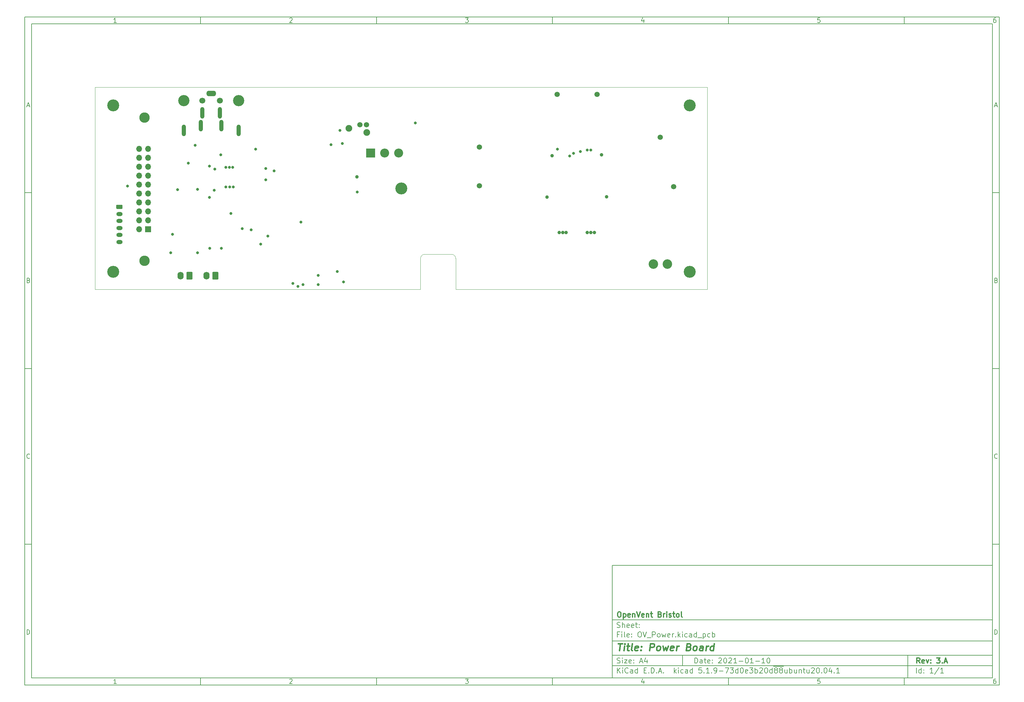
<source format=gbr>
%TF.GenerationSoftware,KiCad,Pcbnew,5.1.9-73d0e3b20d~88~ubuntu20.04.1*%
%TF.CreationDate,2021-03-10T23:10:45+08:00*%
%TF.ProjectId,OV_Power,4f565f50-6f77-4657-922e-6b696361645f,3.A*%
%TF.SameCoordinates,Original*%
%TF.FileFunction,Soldermask,Bot*%
%TF.FilePolarity,Negative*%
%FSLAX46Y46*%
G04 Gerber Fmt 4.6, Leading zero omitted, Abs format (unit mm)*
G04 Created by KiCad (PCBNEW 5.1.9-73d0e3b20d~88~ubuntu20.04.1) date 2021-03-10 23:10:45*
%MOMM*%
%LPD*%
G01*
G04 APERTURE LIST*
%ADD10C,0.100000*%
%ADD11C,0.150000*%
%ADD12C,0.300000*%
%ADD13C,0.400000*%
%TA.AperFunction,Profile*%
%ADD14C,0.050000*%
%TD*%
%ADD15C,2.550000*%
%ADD16R,2.550000X2.550000*%
%ADD17C,2.700000*%
%ADD18O,1.800000X1.200000*%
%ADD19O,1.740000X2.190000*%
%ADD20C,3.400000*%
%ADD21C,3.200000*%
%ADD22O,1.200000X3.300000*%
%ADD23C,1.700000*%
%ADD24O,2.800000X1.600000*%
%ADD25C,1.900000*%
%ADD26C,2.950000*%
%ADD27O,1.700000X1.700000*%
%ADD28R,1.700000X1.700000*%
%ADD29C,0.800000*%
%ADD30C,1.500000*%
%ADD31C,1.000000*%
G04 APERTURE END LIST*
D10*
D11*
X177002200Y-166007200D02*
X177002200Y-198007200D01*
X285002200Y-198007200D01*
X285002200Y-166007200D01*
X177002200Y-166007200D01*
D10*
D11*
X10000000Y-10000000D02*
X10000000Y-200007200D01*
X287002200Y-200007200D01*
X287002200Y-10000000D01*
X10000000Y-10000000D01*
D10*
D11*
X12000000Y-12000000D02*
X12000000Y-198007200D01*
X285002200Y-198007200D01*
X285002200Y-12000000D01*
X12000000Y-12000000D01*
D10*
D11*
X60000000Y-12000000D02*
X60000000Y-10000000D01*
D10*
D11*
X110000000Y-12000000D02*
X110000000Y-10000000D01*
D10*
D11*
X160000000Y-12000000D02*
X160000000Y-10000000D01*
D10*
D11*
X210000000Y-12000000D02*
X210000000Y-10000000D01*
D10*
D11*
X260000000Y-12000000D02*
X260000000Y-10000000D01*
D10*
D11*
X36065476Y-11588095D02*
X35322619Y-11588095D01*
X35694047Y-11588095D02*
X35694047Y-10288095D01*
X35570238Y-10473809D01*
X35446428Y-10597619D01*
X35322619Y-10659523D01*
D10*
D11*
X85322619Y-10411904D02*
X85384523Y-10350000D01*
X85508333Y-10288095D01*
X85817857Y-10288095D01*
X85941666Y-10350000D01*
X86003571Y-10411904D01*
X86065476Y-10535714D01*
X86065476Y-10659523D01*
X86003571Y-10845238D01*
X85260714Y-11588095D01*
X86065476Y-11588095D01*
D10*
D11*
X135260714Y-10288095D02*
X136065476Y-10288095D01*
X135632142Y-10783333D01*
X135817857Y-10783333D01*
X135941666Y-10845238D01*
X136003571Y-10907142D01*
X136065476Y-11030952D01*
X136065476Y-11340476D01*
X136003571Y-11464285D01*
X135941666Y-11526190D01*
X135817857Y-11588095D01*
X135446428Y-11588095D01*
X135322619Y-11526190D01*
X135260714Y-11464285D01*
D10*
D11*
X185941666Y-10721428D02*
X185941666Y-11588095D01*
X185632142Y-10226190D02*
X185322619Y-11154761D01*
X186127380Y-11154761D01*
D10*
D11*
X236003571Y-10288095D02*
X235384523Y-10288095D01*
X235322619Y-10907142D01*
X235384523Y-10845238D01*
X235508333Y-10783333D01*
X235817857Y-10783333D01*
X235941666Y-10845238D01*
X236003571Y-10907142D01*
X236065476Y-11030952D01*
X236065476Y-11340476D01*
X236003571Y-11464285D01*
X235941666Y-11526190D01*
X235817857Y-11588095D01*
X235508333Y-11588095D01*
X235384523Y-11526190D01*
X235322619Y-11464285D01*
D10*
D11*
X285941666Y-10288095D02*
X285694047Y-10288095D01*
X285570238Y-10350000D01*
X285508333Y-10411904D01*
X285384523Y-10597619D01*
X285322619Y-10845238D01*
X285322619Y-11340476D01*
X285384523Y-11464285D01*
X285446428Y-11526190D01*
X285570238Y-11588095D01*
X285817857Y-11588095D01*
X285941666Y-11526190D01*
X286003571Y-11464285D01*
X286065476Y-11340476D01*
X286065476Y-11030952D01*
X286003571Y-10907142D01*
X285941666Y-10845238D01*
X285817857Y-10783333D01*
X285570238Y-10783333D01*
X285446428Y-10845238D01*
X285384523Y-10907142D01*
X285322619Y-11030952D01*
D10*
D11*
X60000000Y-198007200D02*
X60000000Y-200007200D01*
D10*
D11*
X110000000Y-198007200D02*
X110000000Y-200007200D01*
D10*
D11*
X160000000Y-198007200D02*
X160000000Y-200007200D01*
D10*
D11*
X210000000Y-198007200D02*
X210000000Y-200007200D01*
D10*
D11*
X260000000Y-198007200D02*
X260000000Y-200007200D01*
D10*
D11*
X36065476Y-199595295D02*
X35322619Y-199595295D01*
X35694047Y-199595295D02*
X35694047Y-198295295D01*
X35570238Y-198481009D01*
X35446428Y-198604819D01*
X35322619Y-198666723D01*
D10*
D11*
X85322619Y-198419104D02*
X85384523Y-198357200D01*
X85508333Y-198295295D01*
X85817857Y-198295295D01*
X85941666Y-198357200D01*
X86003571Y-198419104D01*
X86065476Y-198542914D01*
X86065476Y-198666723D01*
X86003571Y-198852438D01*
X85260714Y-199595295D01*
X86065476Y-199595295D01*
D10*
D11*
X135260714Y-198295295D02*
X136065476Y-198295295D01*
X135632142Y-198790533D01*
X135817857Y-198790533D01*
X135941666Y-198852438D01*
X136003571Y-198914342D01*
X136065476Y-199038152D01*
X136065476Y-199347676D01*
X136003571Y-199471485D01*
X135941666Y-199533390D01*
X135817857Y-199595295D01*
X135446428Y-199595295D01*
X135322619Y-199533390D01*
X135260714Y-199471485D01*
D10*
D11*
X185941666Y-198728628D02*
X185941666Y-199595295D01*
X185632142Y-198233390D02*
X185322619Y-199161961D01*
X186127380Y-199161961D01*
D10*
D11*
X236003571Y-198295295D02*
X235384523Y-198295295D01*
X235322619Y-198914342D01*
X235384523Y-198852438D01*
X235508333Y-198790533D01*
X235817857Y-198790533D01*
X235941666Y-198852438D01*
X236003571Y-198914342D01*
X236065476Y-199038152D01*
X236065476Y-199347676D01*
X236003571Y-199471485D01*
X235941666Y-199533390D01*
X235817857Y-199595295D01*
X235508333Y-199595295D01*
X235384523Y-199533390D01*
X235322619Y-199471485D01*
D10*
D11*
X285941666Y-198295295D02*
X285694047Y-198295295D01*
X285570238Y-198357200D01*
X285508333Y-198419104D01*
X285384523Y-198604819D01*
X285322619Y-198852438D01*
X285322619Y-199347676D01*
X285384523Y-199471485D01*
X285446428Y-199533390D01*
X285570238Y-199595295D01*
X285817857Y-199595295D01*
X285941666Y-199533390D01*
X286003571Y-199471485D01*
X286065476Y-199347676D01*
X286065476Y-199038152D01*
X286003571Y-198914342D01*
X285941666Y-198852438D01*
X285817857Y-198790533D01*
X285570238Y-198790533D01*
X285446428Y-198852438D01*
X285384523Y-198914342D01*
X285322619Y-199038152D01*
D10*
D11*
X10000000Y-60000000D02*
X12000000Y-60000000D01*
D10*
D11*
X10000000Y-110000000D02*
X12000000Y-110000000D01*
D10*
D11*
X10000000Y-160000000D02*
X12000000Y-160000000D01*
D10*
D11*
X10690476Y-35216666D02*
X11309523Y-35216666D01*
X10566666Y-35588095D02*
X11000000Y-34288095D01*
X11433333Y-35588095D01*
D10*
D11*
X11092857Y-84907142D02*
X11278571Y-84969047D01*
X11340476Y-85030952D01*
X11402380Y-85154761D01*
X11402380Y-85340476D01*
X11340476Y-85464285D01*
X11278571Y-85526190D01*
X11154761Y-85588095D01*
X10659523Y-85588095D01*
X10659523Y-84288095D01*
X11092857Y-84288095D01*
X11216666Y-84350000D01*
X11278571Y-84411904D01*
X11340476Y-84535714D01*
X11340476Y-84659523D01*
X11278571Y-84783333D01*
X11216666Y-84845238D01*
X11092857Y-84907142D01*
X10659523Y-84907142D01*
D10*
D11*
X11402380Y-135464285D02*
X11340476Y-135526190D01*
X11154761Y-135588095D01*
X11030952Y-135588095D01*
X10845238Y-135526190D01*
X10721428Y-135402380D01*
X10659523Y-135278571D01*
X10597619Y-135030952D01*
X10597619Y-134845238D01*
X10659523Y-134597619D01*
X10721428Y-134473809D01*
X10845238Y-134350000D01*
X11030952Y-134288095D01*
X11154761Y-134288095D01*
X11340476Y-134350000D01*
X11402380Y-134411904D01*
D10*
D11*
X10659523Y-185588095D02*
X10659523Y-184288095D01*
X10969047Y-184288095D01*
X11154761Y-184350000D01*
X11278571Y-184473809D01*
X11340476Y-184597619D01*
X11402380Y-184845238D01*
X11402380Y-185030952D01*
X11340476Y-185278571D01*
X11278571Y-185402380D01*
X11154761Y-185526190D01*
X10969047Y-185588095D01*
X10659523Y-185588095D01*
D10*
D11*
X287002200Y-60000000D02*
X285002200Y-60000000D01*
D10*
D11*
X287002200Y-110000000D02*
X285002200Y-110000000D01*
D10*
D11*
X287002200Y-160000000D02*
X285002200Y-160000000D01*
D10*
D11*
X285692676Y-35216666D02*
X286311723Y-35216666D01*
X285568866Y-35588095D02*
X286002200Y-34288095D01*
X286435533Y-35588095D01*
D10*
D11*
X286095057Y-84907142D02*
X286280771Y-84969047D01*
X286342676Y-85030952D01*
X286404580Y-85154761D01*
X286404580Y-85340476D01*
X286342676Y-85464285D01*
X286280771Y-85526190D01*
X286156961Y-85588095D01*
X285661723Y-85588095D01*
X285661723Y-84288095D01*
X286095057Y-84288095D01*
X286218866Y-84350000D01*
X286280771Y-84411904D01*
X286342676Y-84535714D01*
X286342676Y-84659523D01*
X286280771Y-84783333D01*
X286218866Y-84845238D01*
X286095057Y-84907142D01*
X285661723Y-84907142D01*
D10*
D11*
X286404580Y-135464285D02*
X286342676Y-135526190D01*
X286156961Y-135588095D01*
X286033152Y-135588095D01*
X285847438Y-135526190D01*
X285723628Y-135402380D01*
X285661723Y-135278571D01*
X285599819Y-135030952D01*
X285599819Y-134845238D01*
X285661723Y-134597619D01*
X285723628Y-134473809D01*
X285847438Y-134350000D01*
X286033152Y-134288095D01*
X286156961Y-134288095D01*
X286342676Y-134350000D01*
X286404580Y-134411904D01*
D10*
D11*
X285661723Y-185588095D02*
X285661723Y-184288095D01*
X285971247Y-184288095D01*
X286156961Y-184350000D01*
X286280771Y-184473809D01*
X286342676Y-184597619D01*
X286404580Y-184845238D01*
X286404580Y-185030952D01*
X286342676Y-185278571D01*
X286280771Y-185402380D01*
X286156961Y-185526190D01*
X285971247Y-185588095D01*
X285661723Y-185588095D01*
D10*
D11*
X200434342Y-193785771D02*
X200434342Y-192285771D01*
X200791485Y-192285771D01*
X201005771Y-192357200D01*
X201148628Y-192500057D01*
X201220057Y-192642914D01*
X201291485Y-192928628D01*
X201291485Y-193142914D01*
X201220057Y-193428628D01*
X201148628Y-193571485D01*
X201005771Y-193714342D01*
X200791485Y-193785771D01*
X200434342Y-193785771D01*
X202577200Y-193785771D02*
X202577200Y-193000057D01*
X202505771Y-192857200D01*
X202362914Y-192785771D01*
X202077200Y-192785771D01*
X201934342Y-192857200D01*
X202577200Y-193714342D02*
X202434342Y-193785771D01*
X202077200Y-193785771D01*
X201934342Y-193714342D01*
X201862914Y-193571485D01*
X201862914Y-193428628D01*
X201934342Y-193285771D01*
X202077200Y-193214342D01*
X202434342Y-193214342D01*
X202577200Y-193142914D01*
X203077200Y-192785771D02*
X203648628Y-192785771D01*
X203291485Y-192285771D02*
X203291485Y-193571485D01*
X203362914Y-193714342D01*
X203505771Y-193785771D01*
X203648628Y-193785771D01*
X204720057Y-193714342D02*
X204577200Y-193785771D01*
X204291485Y-193785771D01*
X204148628Y-193714342D01*
X204077200Y-193571485D01*
X204077200Y-193000057D01*
X204148628Y-192857200D01*
X204291485Y-192785771D01*
X204577200Y-192785771D01*
X204720057Y-192857200D01*
X204791485Y-193000057D01*
X204791485Y-193142914D01*
X204077200Y-193285771D01*
X205434342Y-193642914D02*
X205505771Y-193714342D01*
X205434342Y-193785771D01*
X205362914Y-193714342D01*
X205434342Y-193642914D01*
X205434342Y-193785771D01*
X205434342Y-192857200D02*
X205505771Y-192928628D01*
X205434342Y-193000057D01*
X205362914Y-192928628D01*
X205434342Y-192857200D01*
X205434342Y-193000057D01*
X207220057Y-192428628D02*
X207291485Y-192357200D01*
X207434342Y-192285771D01*
X207791485Y-192285771D01*
X207934342Y-192357200D01*
X208005771Y-192428628D01*
X208077200Y-192571485D01*
X208077200Y-192714342D01*
X208005771Y-192928628D01*
X207148628Y-193785771D01*
X208077200Y-193785771D01*
X209005771Y-192285771D02*
X209148628Y-192285771D01*
X209291485Y-192357200D01*
X209362914Y-192428628D01*
X209434342Y-192571485D01*
X209505771Y-192857200D01*
X209505771Y-193214342D01*
X209434342Y-193500057D01*
X209362914Y-193642914D01*
X209291485Y-193714342D01*
X209148628Y-193785771D01*
X209005771Y-193785771D01*
X208862914Y-193714342D01*
X208791485Y-193642914D01*
X208720057Y-193500057D01*
X208648628Y-193214342D01*
X208648628Y-192857200D01*
X208720057Y-192571485D01*
X208791485Y-192428628D01*
X208862914Y-192357200D01*
X209005771Y-192285771D01*
X210077200Y-192428628D02*
X210148628Y-192357200D01*
X210291485Y-192285771D01*
X210648628Y-192285771D01*
X210791485Y-192357200D01*
X210862914Y-192428628D01*
X210934342Y-192571485D01*
X210934342Y-192714342D01*
X210862914Y-192928628D01*
X210005771Y-193785771D01*
X210934342Y-193785771D01*
X212362914Y-193785771D02*
X211505771Y-193785771D01*
X211934342Y-193785771D02*
X211934342Y-192285771D01*
X211791485Y-192500057D01*
X211648628Y-192642914D01*
X211505771Y-192714342D01*
X213005771Y-193214342D02*
X214148628Y-193214342D01*
X215148628Y-192285771D02*
X215291485Y-192285771D01*
X215434342Y-192357200D01*
X215505771Y-192428628D01*
X215577200Y-192571485D01*
X215648628Y-192857200D01*
X215648628Y-193214342D01*
X215577200Y-193500057D01*
X215505771Y-193642914D01*
X215434342Y-193714342D01*
X215291485Y-193785771D01*
X215148628Y-193785771D01*
X215005771Y-193714342D01*
X214934342Y-193642914D01*
X214862914Y-193500057D01*
X214791485Y-193214342D01*
X214791485Y-192857200D01*
X214862914Y-192571485D01*
X214934342Y-192428628D01*
X215005771Y-192357200D01*
X215148628Y-192285771D01*
X217077200Y-193785771D02*
X216220057Y-193785771D01*
X216648628Y-193785771D02*
X216648628Y-192285771D01*
X216505771Y-192500057D01*
X216362914Y-192642914D01*
X216220057Y-192714342D01*
X217720057Y-193214342D02*
X218862914Y-193214342D01*
X220362914Y-193785771D02*
X219505771Y-193785771D01*
X219934342Y-193785771D02*
X219934342Y-192285771D01*
X219791485Y-192500057D01*
X219648628Y-192642914D01*
X219505771Y-192714342D01*
X221291485Y-192285771D02*
X221434342Y-192285771D01*
X221577200Y-192357200D01*
X221648628Y-192428628D01*
X221720057Y-192571485D01*
X221791485Y-192857200D01*
X221791485Y-193214342D01*
X221720057Y-193500057D01*
X221648628Y-193642914D01*
X221577200Y-193714342D01*
X221434342Y-193785771D01*
X221291485Y-193785771D01*
X221148628Y-193714342D01*
X221077200Y-193642914D01*
X221005771Y-193500057D01*
X220934342Y-193214342D01*
X220934342Y-192857200D01*
X221005771Y-192571485D01*
X221077200Y-192428628D01*
X221148628Y-192357200D01*
X221291485Y-192285771D01*
D10*
D11*
X177002200Y-194507200D02*
X285002200Y-194507200D01*
D10*
D11*
X178434342Y-196585771D02*
X178434342Y-195085771D01*
X179291485Y-196585771D02*
X178648628Y-195728628D01*
X179291485Y-195085771D02*
X178434342Y-195942914D01*
X179934342Y-196585771D02*
X179934342Y-195585771D01*
X179934342Y-195085771D02*
X179862914Y-195157200D01*
X179934342Y-195228628D01*
X180005771Y-195157200D01*
X179934342Y-195085771D01*
X179934342Y-195228628D01*
X181505771Y-196442914D02*
X181434342Y-196514342D01*
X181220057Y-196585771D01*
X181077200Y-196585771D01*
X180862914Y-196514342D01*
X180720057Y-196371485D01*
X180648628Y-196228628D01*
X180577200Y-195942914D01*
X180577200Y-195728628D01*
X180648628Y-195442914D01*
X180720057Y-195300057D01*
X180862914Y-195157200D01*
X181077200Y-195085771D01*
X181220057Y-195085771D01*
X181434342Y-195157200D01*
X181505771Y-195228628D01*
X182791485Y-196585771D02*
X182791485Y-195800057D01*
X182720057Y-195657200D01*
X182577200Y-195585771D01*
X182291485Y-195585771D01*
X182148628Y-195657200D01*
X182791485Y-196514342D02*
X182648628Y-196585771D01*
X182291485Y-196585771D01*
X182148628Y-196514342D01*
X182077200Y-196371485D01*
X182077200Y-196228628D01*
X182148628Y-196085771D01*
X182291485Y-196014342D01*
X182648628Y-196014342D01*
X182791485Y-195942914D01*
X184148628Y-196585771D02*
X184148628Y-195085771D01*
X184148628Y-196514342D02*
X184005771Y-196585771D01*
X183720057Y-196585771D01*
X183577200Y-196514342D01*
X183505771Y-196442914D01*
X183434342Y-196300057D01*
X183434342Y-195871485D01*
X183505771Y-195728628D01*
X183577200Y-195657200D01*
X183720057Y-195585771D01*
X184005771Y-195585771D01*
X184148628Y-195657200D01*
X186005771Y-195800057D02*
X186505771Y-195800057D01*
X186720057Y-196585771D02*
X186005771Y-196585771D01*
X186005771Y-195085771D01*
X186720057Y-195085771D01*
X187362914Y-196442914D02*
X187434342Y-196514342D01*
X187362914Y-196585771D01*
X187291485Y-196514342D01*
X187362914Y-196442914D01*
X187362914Y-196585771D01*
X188077200Y-196585771D02*
X188077200Y-195085771D01*
X188434342Y-195085771D01*
X188648628Y-195157200D01*
X188791485Y-195300057D01*
X188862914Y-195442914D01*
X188934342Y-195728628D01*
X188934342Y-195942914D01*
X188862914Y-196228628D01*
X188791485Y-196371485D01*
X188648628Y-196514342D01*
X188434342Y-196585771D01*
X188077200Y-196585771D01*
X189577200Y-196442914D02*
X189648628Y-196514342D01*
X189577200Y-196585771D01*
X189505771Y-196514342D01*
X189577200Y-196442914D01*
X189577200Y-196585771D01*
X190220057Y-196157200D02*
X190934342Y-196157200D01*
X190077200Y-196585771D02*
X190577200Y-195085771D01*
X191077200Y-196585771D01*
X191577200Y-196442914D02*
X191648628Y-196514342D01*
X191577200Y-196585771D01*
X191505771Y-196514342D01*
X191577200Y-196442914D01*
X191577200Y-196585771D01*
X194577200Y-196585771D02*
X194577200Y-195085771D01*
X194720057Y-196014342D02*
X195148628Y-196585771D01*
X195148628Y-195585771D02*
X194577200Y-196157200D01*
X195791485Y-196585771D02*
X195791485Y-195585771D01*
X195791485Y-195085771D02*
X195720057Y-195157200D01*
X195791485Y-195228628D01*
X195862914Y-195157200D01*
X195791485Y-195085771D01*
X195791485Y-195228628D01*
X197148628Y-196514342D02*
X197005771Y-196585771D01*
X196720057Y-196585771D01*
X196577200Y-196514342D01*
X196505771Y-196442914D01*
X196434342Y-196300057D01*
X196434342Y-195871485D01*
X196505771Y-195728628D01*
X196577200Y-195657200D01*
X196720057Y-195585771D01*
X197005771Y-195585771D01*
X197148628Y-195657200D01*
X198434342Y-196585771D02*
X198434342Y-195800057D01*
X198362914Y-195657200D01*
X198220057Y-195585771D01*
X197934342Y-195585771D01*
X197791485Y-195657200D01*
X198434342Y-196514342D02*
X198291485Y-196585771D01*
X197934342Y-196585771D01*
X197791485Y-196514342D01*
X197720057Y-196371485D01*
X197720057Y-196228628D01*
X197791485Y-196085771D01*
X197934342Y-196014342D01*
X198291485Y-196014342D01*
X198434342Y-195942914D01*
X199791485Y-196585771D02*
X199791485Y-195085771D01*
X199791485Y-196514342D02*
X199648628Y-196585771D01*
X199362914Y-196585771D01*
X199220057Y-196514342D01*
X199148628Y-196442914D01*
X199077200Y-196300057D01*
X199077200Y-195871485D01*
X199148628Y-195728628D01*
X199220057Y-195657200D01*
X199362914Y-195585771D01*
X199648628Y-195585771D01*
X199791485Y-195657200D01*
X202362914Y-195085771D02*
X201648628Y-195085771D01*
X201577200Y-195800057D01*
X201648628Y-195728628D01*
X201791485Y-195657200D01*
X202148628Y-195657200D01*
X202291485Y-195728628D01*
X202362914Y-195800057D01*
X202434342Y-195942914D01*
X202434342Y-196300057D01*
X202362914Y-196442914D01*
X202291485Y-196514342D01*
X202148628Y-196585771D01*
X201791485Y-196585771D01*
X201648628Y-196514342D01*
X201577200Y-196442914D01*
X203077200Y-196442914D02*
X203148628Y-196514342D01*
X203077200Y-196585771D01*
X203005771Y-196514342D01*
X203077200Y-196442914D01*
X203077200Y-196585771D01*
X204577200Y-196585771D02*
X203720057Y-196585771D01*
X204148628Y-196585771D02*
X204148628Y-195085771D01*
X204005771Y-195300057D01*
X203862914Y-195442914D01*
X203720057Y-195514342D01*
X205220057Y-196442914D02*
X205291485Y-196514342D01*
X205220057Y-196585771D01*
X205148628Y-196514342D01*
X205220057Y-196442914D01*
X205220057Y-196585771D01*
X206005771Y-196585771D02*
X206291485Y-196585771D01*
X206434342Y-196514342D01*
X206505771Y-196442914D01*
X206648628Y-196228628D01*
X206720057Y-195942914D01*
X206720057Y-195371485D01*
X206648628Y-195228628D01*
X206577200Y-195157200D01*
X206434342Y-195085771D01*
X206148628Y-195085771D01*
X206005771Y-195157200D01*
X205934342Y-195228628D01*
X205862914Y-195371485D01*
X205862914Y-195728628D01*
X205934342Y-195871485D01*
X206005771Y-195942914D01*
X206148628Y-196014342D01*
X206434342Y-196014342D01*
X206577200Y-195942914D01*
X206648628Y-195871485D01*
X206720057Y-195728628D01*
X207362914Y-196014342D02*
X208505771Y-196014342D01*
X209077200Y-195085771D02*
X210077200Y-195085771D01*
X209434342Y-196585771D01*
X210505771Y-195085771D02*
X211434342Y-195085771D01*
X210934342Y-195657200D01*
X211148628Y-195657200D01*
X211291485Y-195728628D01*
X211362914Y-195800057D01*
X211434342Y-195942914D01*
X211434342Y-196300057D01*
X211362914Y-196442914D01*
X211291485Y-196514342D01*
X211148628Y-196585771D01*
X210720057Y-196585771D01*
X210577200Y-196514342D01*
X210505771Y-196442914D01*
X212720057Y-196585771D02*
X212720057Y-195085771D01*
X212720057Y-196514342D02*
X212577200Y-196585771D01*
X212291485Y-196585771D01*
X212148628Y-196514342D01*
X212077200Y-196442914D01*
X212005771Y-196300057D01*
X212005771Y-195871485D01*
X212077200Y-195728628D01*
X212148628Y-195657200D01*
X212291485Y-195585771D01*
X212577200Y-195585771D01*
X212720057Y-195657200D01*
X213720057Y-195085771D02*
X213862914Y-195085771D01*
X214005771Y-195157200D01*
X214077200Y-195228628D01*
X214148628Y-195371485D01*
X214220057Y-195657200D01*
X214220057Y-196014342D01*
X214148628Y-196300057D01*
X214077200Y-196442914D01*
X214005771Y-196514342D01*
X213862914Y-196585771D01*
X213720057Y-196585771D01*
X213577200Y-196514342D01*
X213505771Y-196442914D01*
X213434342Y-196300057D01*
X213362914Y-196014342D01*
X213362914Y-195657200D01*
X213434342Y-195371485D01*
X213505771Y-195228628D01*
X213577200Y-195157200D01*
X213720057Y-195085771D01*
X215434342Y-196514342D02*
X215291485Y-196585771D01*
X215005771Y-196585771D01*
X214862914Y-196514342D01*
X214791485Y-196371485D01*
X214791485Y-195800057D01*
X214862914Y-195657200D01*
X215005771Y-195585771D01*
X215291485Y-195585771D01*
X215434342Y-195657200D01*
X215505771Y-195800057D01*
X215505771Y-195942914D01*
X214791485Y-196085771D01*
X216005771Y-195085771D02*
X216934342Y-195085771D01*
X216434342Y-195657200D01*
X216648628Y-195657200D01*
X216791485Y-195728628D01*
X216862914Y-195800057D01*
X216934342Y-195942914D01*
X216934342Y-196300057D01*
X216862914Y-196442914D01*
X216791485Y-196514342D01*
X216648628Y-196585771D01*
X216220057Y-196585771D01*
X216077200Y-196514342D01*
X216005771Y-196442914D01*
X217577200Y-196585771D02*
X217577200Y-195085771D01*
X217577200Y-195657200D02*
X217720057Y-195585771D01*
X218005771Y-195585771D01*
X218148628Y-195657200D01*
X218220057Y-195728628D01*
X218291485Y-195871485D01*
X218291485Y-196300057D01*
X218220057Y-196442914D01*
X218148628Y-196514342D01*
X218005771Y-196585771D01*
X217720057Y-196585771D01*
X217577200Y-196514342D01*
X218862914Y-195228628D02*
X218934342Y-195157200D01*
X219077200Y-195085771D01*
X219434342Y-195085771D01*
X219577200Y-195157200D01*
X219648628Y-195228628D01*
X219720057Y-195371485D01*
X219720057Y-195514342D01*
X219648628Y-195728628D01*
X218791485Y-196585771D01*
X219720057Y-196585771D01*
X220648628Y-195085771D02*
X220791485Y-195085771D01*
X220934342Y-195157200D01*
X221005771Y-195228628D01*
X221077200Y-195371485D01*
X221148628Y-195657200D01*
X221148628Y-196014342D01*
X221077200Y-196300057D01*
X221005771Y-196442914D01*
X220934342Y-196514342D01*
X220791485Y-196585771D01*
X220648628Y-196585771D01*
X220505771Y-196514342D01*
X220434342Y-196442914D01*
X220362914Y-196300057D01*
X220291485Y-196014342D01*
X220291485Y-195657200D01*
X220362914Y-195371485D01*
X220434342Y-195228628D01*
X220505771Y-195157200D01*
X220648628Y-195085771D01*
X222434342Y-196585771D02*
X222434342Y-195085771D01*
X222434342Y-196514342D02*
X222291485Y-196585771D01*
X222005771Y-196585771D01*
X221862914Y-196514342D01*
X221791485Y-196442914D01*
X221720057Y-196300057D01*
X221720057Y-195871485D01*
X221791485Y-195728628D01*
X221862914Y-195657200D01*
X222005771Y-195585771D01*
X222291485Y-195585771D01*
X222434342Y-195657200D01*
X222791485Y-194677200D02*
X224220057Y-194677200D01*
X223362914Y-195728628D02*
X223220057Y-195657200D01*
X223148628Y-195585771D01*
X223077200Y-195442914D01*
X223077200Y-195371485D01*
X223148628Y-195228628D01*
X223220057Y-195157200D01*
X223362914Y-195085771D01*
X223648628Y-195085771D01*
X223791485Y-195157200D01*
X223862914Y-195228628D01*
X223934342Y-195371485D01*
X223934342Y-195442914D01*
X223862914Y-195585771D01*
X223791485Y-195657200D01*
X223648628Y-195728628D01*
X223362914Y-195728628D01*
X223220057Y-195800057D01*
X223148628Y-195871485D01*
X223077200Y-196014342D01*
X223077200Y-196300057D01*
X223148628Y-196442914D01*
X223220057Y-196514342D01*
X223362914Y-196585771D01*
X223648628Y-196585771D01*
X223791485Y-196514342D01*
X223862914Y-196442914D01*
X223934342Y-196300057D01*
X223934342Y-196014342D01*
X223862914Y-195871485D01*
X223791485Y-195800057D01*
X223648628Y-195728628D01*
X224220057Y-194677200D02*
X225648628Y-194677200D01*
X224791485Y-195728628D02*
X224648628Y-195657200D01*
X224577200Y-195585771D01*
X224505771Y-195442914D01*
X224505771Y-195371485D01*
X224577200Y-195228628D01*
X224648628Y-195157200D01*
X224791485Y-195085771D01*
X225077200Y-195085771D01*
X225220057Y-195157200D01*
X225291485Y-195228628D01*
X225362914Y-195371485D01*
X225362914Y-195442914D01*
X225291485Y-195585771D01*
X225220057Y-195657200D01*
X225077200Y-195728628D01*
X224791485Y-195728628D01*
X224648628Y-195800057D01*
X224577200Y-195871485D01*
X224505771Y-196014342D01*
X224505771Y-196300057D01*
X224577200Y-196442914D01*
X224648628Y-196514342D01*
X224791485Y-196585771D01*
X225077200Y-196585771D01*
X225220057Y-196514342D01*
X225291485Y-196442914D01*
X225362914Y-196300057D01*
X225362914Y-196014342D01*
X225291485Y-195871485D01*
X225220057Y-195800057D01*
X225077200Y-195728628D01*
X226648628Y-195585771D02*
X226648628Y-196585771D01*
X226005771Y-195585771D02*
X226005771Y-196371485D01*
X226077199Y-196514342D01*
X226220057Y-196585771D01*
X226434342Y-196585771D01*
X226577199Y-196514342D01*
X226648628Y-196442914D01*
X227362914Y-196585771D02*
X227362914Y-195085771D01*
X227362914Y-195657200D02*
X227505771Y-195585771D01*
X227791485Y-195585771D01*
X227934342Y-195657200D01*
X228005771Y-195728628D01*
X228077200Y-195871485D01*
X228077200Y-196300057D01*
X228005771Y-196442914D01*
X227934342Y-196514342D01*
X227791485Y-196585771D01*
X227505771Y-196585771D01*
X227362914Y-196514342D01*
X229362914Y-195585771D02*
X229362914Y-196585771D01*
X228720057Y-195585771D02*
X228720057Y-196371485D01*
X228791485Y-196514342D01*
X228934342Y-196585771D01*
X229148628Y-196585771D01*
X229291485Y-196514342D01*
X229362914Y-196442914D01*
X230077200Y-195585771D02*
X230077200Y-196585771D01*
X230077200Y-195728628D02*
X230148628Y-195657200D01*
X230291485Y-195585771D01*
X230505771Y-195585771D01*
X230648628Y-195657200D01*
X230720057Y-195800057D01*
X230720057Y-196585771D01*
X231220057Y-195585771D02*
X231791485Y-195585771D01*
X231434342Y-195085771D02*
X231434342Y-196371485D01*
X231505771Y-196514342D01*
X231648628Y-196585771D01*
X231791485Y-196585771D01*
X232934342Y-195585771D02*
X232934342Y-196585771D01*
X232291485Y-195585771D02*
X232291485Y-196371485D01*
X232362914Y-196514342D01*
X232505771Y-196585771D01*
X232720057Y-196585771D01*
X232862914Y-196514342D01*
X232934342Y-196442914D01*
X233577200Y-195228628D02*
X233648628Y-195157200D01*
X233791485Y-195085771D01*
X234148628Y-195085771D01*
X234291485Y-195157200D01*
X234362914Y-195228628D01*
X234434342Y-195371485D01*
X234434342Y-195514342D01*
X234362914Y-195728628D01*
X233505771Y-196585771D01*
X234434342Y-196585771D01*
X235362914Y-195085771D02*
X235505771Y-195085771D01*
X235648628Y-195157200D01*
X235720057Y-195228628D01*
X235791485Y-195371485D01*
X235862914Y-195657200D01*
X235862914Y-196014342D01*
X235791485Y-196300057D01*
X235720057Y-196442914D01*
X235648628Y-196514342D01*
X235505771Y-196585771D01*
X235362914Y-196585771D01*
X235220057Y-196514342D01*
X235148628Y-196442914D01*
X235077200Y-196300057D01*
X235005771Y-196014342D01*
X235005771Y-195657200D01*
X235077200Y-195371485D01*
X235148628Y-195228628D01*
X235220057Y-195157200D01*
X235362914Y-195085771D01*
X236505771Y-196442914D02*
X236577199Y-196514342D01*
X236505771Y-196585771D01*
X236434342Y-196514342D01*
X236505771Y-196442914D01*
X236505771Y-196585771D01*
X237505771Y-195085771D02*
X237648628Y-195085771D01*
X237791485Y-195157200D01*
X237862914Y-195228628D01*
X237934342Y-195371485D01*
X238005771Y-195657200D01*
X238005771Y-196014342D01*
X237934342Y-196300057D01*
X237862914Y-196442914D01*
X237791485Y-196514342D01*
X237648628Y-196585771D01*
X237505771Y-196585771D01*
X237362914Y-196514342D01*
X237291485Y-196442914D01*
X237220057Y-196300057D01*
X237148628Y-196014342D01*
X237148628Y-195657200D01*
X237220057Y-195371485D01*
X237291485Y-195228628D01*
X237362914Y-195157200D01*
X237505771Y-195085771D01*
X239291485Y-195585771D02*
X239291485Y-196585771D01*
X238934342Y-195014342D02*
X238577199Y-196085771D01*
X239505771Y-196085771D01*
X240077199Y-196442914D02*
X240148628Y-196514342D01*
X240077199Y-196585771D01*
X240005771Y-196514342D01*
X240077199Y-196442914D01*
X240077199Y-196585771D01*
X241577199Y-196585771D02*
X240720057Y-196585771D01*
X241148628Y-196585771D02*
X241148628Y-195085771D01*
X241005771Y-195300057D01*
X240862914Y-195442914D01*
X240720057Y-195514342D01*
D10*
D11*
X177002200Y-191507200D02*
X285002200Y-191507200D01*
D10*
D12*
X264411485Y-193785771D02*
X263911485Y-193071485D01*
X263554342Y-193785771D02*
X263554342Y-192285771D01*
X264125771Y-192285771D01*
X264268628Y-192357200D01*
X264340057Y-192428628D01*
X264411485Y-192571485D01*
X264411485Y-192785771D01*
X264340057Y-192928628D01*
X264268628Y-193000057D01*
X264125771Y-193071485D01*
X263554342Y-193071485D01*
X265625771Y-193714342D02*
X265482914Y-193785771D01*
X265197200Y-193785771D01*
X265054342Y-193714342D01*
X264982914Y-193571485D01*
X264982914Y-193000057D01*
X265054342Y-192857200D01*
X265197200Y-192785771D01*
X265482914Y-192785771D01*
X265625771Y-192857200D01*
X265697200Y-193000057D01*
X265697200Y-193142914D01*
X264982914Y-193285771D01*
X266197200Y-192785771D02*
X266554342Y-193785771D01*
X266911485Y-192785771D01*
X267482914Y-193642914D02*
X267554342Y-193714342D01*
X267482914Y-193785771D01*
X267411485Y-193714342D01*
X267482914Y-193642914D01*
X267482914Y-193785771D01*
X267482914Y-192857200D02*
X267554342Y-192928628D01*
X267482914Y-193000057D01*
X267411485Y-192928628D01*
X267482914Y-192857200D01*
X267482914Y-193000057D01*
X269197200Y-192285771D02*
X270125771Y-192285771D01*
X269625771Y-192857200D01*
X269840057Y-192857200D01*
X269982914Y-192928628D01*
X270054342Y-193000057D01*
X270125771Y-193142914D01*
X270125771Y-193500057D01*
X270054342Y-193642914D01*
X269982914Y-193714342D01*
X269840057Y-193785771D01*
X269411485Y-193785771D01*
X269268628Y-193714342D01*
X269197200Y-193642914D01*
X270768628Y-193642914D02*
X270840057Y-193714342D01*
X270768628Y-193785771D01*
X270697200Y-193714342D01*
X270768628Y-193642914D01*
X270768628Y-193785771D01*
X271411485Y-193357200D02*
X272125771Y-193357200D01*
X271268628Y-193785771D02*
X271768628Y-192285771D01*
X272268628Y-193785771D01*
D10*
D11*
X178362914Y-193714342D02*
X178577200Y-193785771D01*
X178934342Y-193785771D01*
X179077200Y-193714342D01*
X179148628Y-193642914D01*
X179220057Y-193500057D01*
X179220057Y-193357200D01*
X179148628Y-193214342D01*
X179077200Y-193142914D01*
X178934342Y-193071485D01*
X178648628Y-193000057D01*
X178505771Y-192928628D01*
X178434342Y-192857200D01*
X178362914Y-192714342D01*
X178362914Y-192571485D01*
X178434342Y-192428628D01*
X178505771Y-192357200D01*
X178648628Y-192285771D01*
X179005771Y-192285771D01*
X179220057Y-192357200D01*
X179862914Y-193785771D02*
X179862914Y-192785771D01*
X179862914Y-192285771D02*
X179791485Y-192357200D01*
X179862914Y-192428628D01*
X179934342Y-192357200D01*
X179862914Y-192285771D01*
X179862914Y-192428628D01*
X180434342Y-192785771D02*
X181220057Y-192785771D01*
X180434342Y-193785771D01*
X181220057Y-193785771D01*
X182362914Y-193714342D02*
X182220057Y-193785771D01*
X181934342Y-193785771D01*
X181791485Y-193714342D01*
X181720057Y-193571485D01*
X181720057Y-193000057D01*
X181791485Y-192857200D01*
X181934342Y-192785771D01*
X182220057Y-192785771D01*
X182362914Y-192857200D01*
X182434342Y-193000057D01*
X182434342Y-193142914D01*
X181720057Y-193285771D01*
X183077200Y-193642914D02*
X183148628Y-193714342D01*
X183077200Y-193785771D01*
X183005771Y-193714342D01*
X183077200Y-193642914D01*
X183077200Y-193785771D01*
X183077200Y-192857200D02*
X183148628Y-192928628D01*
X183077200Y-193000057D01*
X183005771Y-192928628D01*
X183077200Y-192857200D01*
X183077200Y-193000057D01*
X184862914Y-193357200D02*
X185577200Y-193357200D01*
X184720057Y-193785771D02*
X185220057Y-192285771D01*
X185720057Y-193785771D01*
X186862914Y-192785771D02*
X186862914Y-193785771D01*
X186505771Y-192214342D02*
X186148628Y-193285771D01*
X187077200Y-193285771D01*
D10*
D11*
X263434342Y-196585771D02*
X263434342Y-195085771D01*
X264791485Y-196585771D02*
X264791485Y-195085771D01*
X264791485Y-196514342D02*
X264648628Y-196585771D01*
X264362914Y-196585771D01*
X264220057Y-196514342D01*
X264148628Y-196442914D01*
X264077200Y-196300057D01*
X264077200Y-195871485D01*
X264148628Y-195728628D01*
X264220057Y-195657200D01*
X264362914Y-195585771D01*
X264648628Y-195585771D01*
X264791485Y-195657200D01*
X265505771Y-196442914D02*
X265577200Y-196514342D01*
X265505771Y-196585771D01*
X265434342Y-196514342D01*
X265505771Y-196442914D01*
X265505771Y-196585771D01*
X265505771Y-195657200D02*
X265577200Y-195728628D01*
X265505771Y-195800057D01*
X265434342Y-195728628D01*
X265505771Y-195657200D01*
X265505771Y-195800057D01*
X268148628Y-196585771D02*
X267291485Y-196585771D01*
X267720057Y-196585771D02*
X267720057Y-195085771D01*
X267577200Y-195300057D01*
X267434342Y-195442914D01*
X267291485Y-195514342D01*
X269862914Y-195014342D02*
X268577200Y-196942914D01*
X271148628Y-196585771D02*
X270291485Y-196585771D01*
X270720057Y-196585771D02*
X270720057Y-195085771D01*
X270577200Y-195300057D01*
X270434342Y-195442914D01*
X270291485Y-195514342D01*
D10*
D11*
X177002200Y-187507200D02*
X285002200Y-187507200D01*
D10*
D13*
X178714580Y-188211961D02*
X179857438Y-188211961D01*
X179036009Y-190211961D02*
X179286009Y-188211961D01*
X180274104Y-190211961D02*
X180440771Y-188878628D01*
X180524104Y-188211961D02*
X180416961Y-188307200D01*
X180500295Y-188402438D01*
X180607438Y-188307200D01*
X180524104Y-188211961D01*
X180500295Y-188402438D01*
X181107438Y-188878628D02*
X181869342Y-188878628D01*
X181476485Y-188211961D02*
X181262200Y-189926247D01*
X181333628Y-190116723D01*
X181512200Y-190211961D01*
X181702676Y-190211961D01*
X182655057Y-190211961D02*
X182476485Y-190116723D01*
X182405057Y-189926247D01*
X182619342Y-188211961D01*
X184190771Y-190116723D02*
X183988390Y-190211961D01*
X183607438Y-190211961D01*
X183428866Y-190116723D01*
X183357438Y-189926247D01*
X183452676Y-189164342D01*
X183571723Y-188973866D01*
X183774104Y-188878628D01*
X184155057Y-188878628D01*
X184333628Y-188973866D01*
X184405057Y-189164342D01*
X184381247Y-189354819D01*
X183405057Y-189545295D01*
X185155057Y-190021485D02*
X185238390Y-190116723D01*
X185131247Y-190211961D01*
X185047914Y-190116723D01*
X185155057Y-190021485D01*
X185131247Y-190211961D01*
X185286009Y-188973866D02*
X185369342Y-189069104D01*
X185262200Y-189164342D01*
X185178866Y-189069104D01*
X185286009Y-188973866D01*
X185262200Y-189164342D01*
X187607438Y-190211961D02*
X187857438Y-188211961D01*
X188619342Y-188211961D01*
X188797914Y-188307200D01*
X188881247Y-188402438D01*
X188952676Y-188592914D01*
X188916961Y-188878628D01*
X188797914Y-189069104D01*
X188690771Y-189164342D01*
X188488390Y-189259580D01*
X187726485Y-189259580D01*
X189893152Y-190211961D02*
X189714580Y-190116723D01*
X189631247Y-190021485D01*
X189559819Y-189831009D01*
X189631247Y-189259580D01*
X189750295Y-189069104D01*
X189857438Y-188973866D01*
X190059819Y-188878628D01*
X190345533Y-188878628D01*
X190524104Y-188973866D01*
X190607438Y-189069104D01*
X190678866Y-189259580D01*
X190607438Y-189831009D01*
X190488390Y-190021485D01*
X190381247Y-190116723D01*
X190178866Y-190211961D01*
X189893152Y-190211961D01*
X191393152Y-188878628D02*
X191607438Y-190211961D01*
X192107438Y-189259580D01*
X192369342Y-190211961D01*
X192916961Y-188878628D01*
X194286009Y-190116723D02*
X194083628Y-190211961D01*
X193702676Y-190211961D01*
X193524104Y-190116723D01*
X193452676Y-189926247D01*
X193547914Y-189164342D01*
X193666961Y-188973866D01*
X193869342Y-188878628D01*
X194250295Y-188878628D01*
X194428866Y-188973866D01*
X194500295Y-189164342D01*
X194476485Y-189354819D01*
X193500295Y-189545295D01*
X195226485Y-190211961D02*
X195393152Y-188878628D01*
X195345533Y-189259580D02*
X195464580Y-189069104D01*
X195571723Y-188973866D01*
X195774104Y-188878628D01*
X195964580Y-188878628D01*
X198786009Y-189164342D02*
X199059819Y-189259580D01*
X199143152Y-189354819D01*
X199214580Y-189545295D01*
X199178866Y-189831009D01*
X199059819Y-190021485D01*
X198952676Y-190116723D01*
X198750295Y-190211961D01*
X197988390Y-190211961D01*
X198238390Y-188211961D01*
X198905057Y-188211961D01*
X199083628Y-188307200D01*
X199166961Y-188402438D01*
X199238390Y-188592914D01*
X199214580Y-188783390D01*
X199095533Y-188973866D01*
X198988390Y-189069104D01*
X198786009Y-189164342D01*
X198119342Y-189164342D01*
X200274104Y-190211961D02*
X200095533Y-190116723D01*
X200012200Y-190021485D01*
X199940771Y-189831009D01*
X200012200Y-189259580D01*
X200131247Y-189069104D01*
X200238390Y-188973866D01*
X200440771Y-188878628D01*
X200726485Y-188878628D01*
X200905057Y-188973866D01*
X200988390Y-189069104D01*
X201059819Y-189259580D01*
X200988390Y-189831009D01*
X200869342Y-190021485D01*
X200762200Y-190116723D01*
X200559819Y-190211961D01*
X200274104Y-190211961D01*
X202655057Y-190211961D02*
X202786009Y-189164342D01*
X202714580Y-188973866D01*
X202536009Y-188878628D01*
X202155057Y-188878628D01*
X201952676Y-188973866D01*
X202666961Y-190116723D02*
X202464580Y-190211961D01*
X201988390Y-190211961D01*
X201809819Y-190116723D01*
X201738390Y-189926247D01*
X201762200Y-189735771D01*
X201881247Y-189545295D01*
X202083628Y-189450057D01*
X202559819Y-189450057D01*
X202762200Y-189354819D01*
X203607438Y-190211961D02*
X203774104Y-188878628D01*
X203726485Y-189259580D02*
X203845533Y-189069104D01*
X203952676Y-188973866D01*
X204155057Y-188878628D01*
X204345533Y-188878628D01*
X205702676Y-190211961D02*
X205952676Y-188211961D01*
X205714580Y-190116723D02*
X205512200Y-190211961D01*
X205131247Y-190211961D01*
X204952676Y-190116723D01*
X204869342Y-190021485D01*
X204797914Y-189831009D01*
X204869342Y-189259580D01*
X204988390Y-189069104D01*
X205095533Y-188973866D01*
X205297914Y-188878628D01*
X205678866Y-188878628D01*
X205857438Y-188973866D01*
D10*
D11*
X178934342Y-185600057D02*
X178434342Y-185600057D01*
X178434342Y-186385771D02*
X178434342Y-184885771D01*
X179148628Y-184885771D01*
X179720057Y-186385771D02*
X179720057Y-185385771D01*
X179720057Y-184885771D02*
X179648628Y-184957200D01*
X179720057Y-185028628D01*
X179791485Y-184957200D01*
X179720057Y-184885771D01*
X179720057Y-185028628D01*
X180648628Y-186385771D02*
X180505771Y-186314342D01*
X180434342Y-186171485D01*
X180434342Y-184885771D01*
X181791485Y-186314342D02*
X181648628Y-186385771D01*
X181362914Y-186385771D01*
X181220057Y-186314342D01*
X181148628Y-186171485D01*
X181148628Y-185600057D01*
X181220057Y-185457200D01*
X181362914Y-185385771D01*
X181648628Y-185385771D01*
X181791485Y-185457200D01*
X181862914Y-185600057D01*
X181862914Y-185742914D01*
X181148628Y-185885771D01*
X182505771Y-186242914D02*
X182577200Y-186314342D01*
X182505771Y-186385771D01*
X182434342Y-186314342D01*
X182505771Y-186242914D01*
X182505771Y-186385771D01*
X182505771Y-185457200D02*
X182577200Y-185528628D01*
X182505771Y-185600057D01*
X182434342Y-185528628D01*
X182505771Y-185457200D01*
X182505771Y-185600057D01*
X184648628Y-184885771D02*
X184934342Y-184885771D01*
X185077200Y-184957200D01*
X185220057Y-185100057D01*
X185291485Y-185385771D01*
X185291485Y-185885771D01*
X185220057Y-186171485D01*
X185077200Y-186314342D01*
X184934342Y-186385771D01*
X184648628Y-186385771D01*
X184505771Y-186314342D01*
X184362914Y-186171485D01*
X184291485Y-185885771D01*
X184291485Y-185385771D01*
X184362914Y-185100057D01*
X184505771Y-184957200D01*
X184648628Y-184885771D01*
X185720057Y-184885771D02*
X186220057Y-186385771D01*
X186720057Y-184885771D01*
X186862914Y-186528628D02*
X188005771Y-186528628D01*
X188362914Y-186385771D02*
X188362914Y-184885771D01*
X188934342Y-184885771D01*
X189077200Y-184957200D01*
X189148628Y-185028628D01*
X189220057Y-185171485D01*
X189220057Y-185385771D01*
X189148628Y-185528628D01*
X189077200Y-185600057D01*
X188934342Y-185671485D01*
X188362914Y-185671485D01*
X190077200Y-186385771D02*
X189934342Y-186314342D01*
X189862914Y-186242914D01*
X189791485Y-186100057D01*
X189791485Y-185671485D01*
X189862914Y-185528628D01*
X189934342Y-185457200D01*
X190077200Y-185385771D01*
X190291485Y-185385771D01*
X190434342Y-185457200D01*
X190505771Y-185528628D01*
X190577200Y-185671485D01*
X190577200Y-186100057D01*
X190505771Y-186242914D01*
X190434342Y-186314342D01*
X190291485Y-186385771D01*
X190077200Y-186385771D01*
X191077200Y-185385771D02*
X191362914Y-186385771D01*
X191648628Y-185671485D01*
X191934342Y-186385771D01*
X192220057Y-185385771D01*
X193362914Y-186314342D02*
X193220057Y-186385771D01*
X192934342Y-186385771D01*
X192791485Y-186314342D01*
X192720057Y-186171485D01*
X192720057Y-185600057D01*
X192791485Y-185457200D01*
X192934342Y-185385771D01*
X193220057Y-185385771D01*
X193362914Y-185457200D01*
X193434342Y-185600057D01*
X193434342Y-185742914D01*
X192720057Y-185885771D01*
X194077200Y-186385771D02*
X194077200Y-185385771D01*
X194077200Y-185671485D02*
X194148628Y-185528628D01*
X194220057Y-185457200D01*
X194362914Y-185385771D01*
X194505771Y-185385771D01*
X195005771Y-186242914D02*
X195077200Y-186314342D01*
X195005771Y-186385771D01*
X194934342Y-186314342D01*
X195005771Y-186242914D01*
X195005771Y-186385771D01*
X195720057Y-186385771D02*
X195720057Y-184885771D01*
X195862914Y-185814342D02*
X196291485Y-186385771D01*
X196291485Y-185385771D02*
X195720057Y-185957200D01*
X196934342Y-186385771D02*
X196934342Y-185385771D01*
X196934342Y-184885771D02*
X196862914Y-184957200D01*
X196934342Y-185028628D01*
X197005771Y-184957200D01*
X196934342Y-184885771D01*
X196934342Y-185028628D01*
X198291485Y-186314342D02*
X198148628Y-186385771D01*
X197862914Y-186385771D01*
X197720057Y-186314342D01*
X197648628Y-186242914D01*
X197577200Y-186100057D01*
X197577200Y-185671485D01*
X197648628Y-185528628D01*
X197720057Y-185457200D01*
X197862914Y-185385771D01*
X198148628Y-185385771D01*
X198291485Y-185457200D01*
X199577200Y-186385771D02*
X199577200Y-185600057D01*
X199505771Y-185457200D01*
X199362914Y-185385771D01*
X199077200Y-185385771D01*
X198934342Y-185457200D01*
X199577200Y-186314342D02*
X199434342Y-186385771D01*
X199077200Y-186385771D01*
X198934342Y-186314342D01*
X198862914Y-186171485D01*
X198862914Y-186028628D01*
X198934342Y-185885771D01*
X199077200Y-185814342D01*
X199434342Y-185814342D01*
X199577200Y-185742914D01*
X200934342Y-186385771D02*
X200934342Y-184885771D01*
X200934342Y-186314342D02*
X200791485Y-186385771D01*
X200505771Y-186385771D01*
X200362914Y-186314342D01*
X200291485Y-186242914D01*
X200220057Y-186100057D01*
X200220057Y-185671485D01*
X200291485Y-185528628D01*
X200362914Y-185457200D01*
X200505771Y-185385771D01*
X200791485Y-185385771D01*
X200934342Y-185457200D01*
X201291485Y-186528628D02*
X202434342Y-186528628D01*
X202791485Y-185385771D02*
X202791485Y-186885771D01*
X202791485Y-185457200D02*
X202934342Y-185385771D01*
X203220057Y-185385771D01*
X203362914Y-185457200D01*
X203434342Y-185528628D01*
X203505771Y-185671485D01*
X203505771Y-186100057D01*
X203434342Y-186242914D01*
X203362914Y-186314342D01*
X203220057Y-186385771D01*
X202934342Y-186385771D01*
X202791485Y-186314342D01*
X204791485Y-186314342D02*
X204648628Y-186385771D01*
X204362914Y-186385771D01*
X204220057Y-186314342D01*
X204148628Y-186242914D01*
X204077200Y-186100057D01*
X204077200Y-185671485D01*
X204148628Y-185528628D01*
X204220057Y-185457200D01*
X204362914Y-185385771D01*
X204648628Y-185385771D01*
X204791485Y-185457200D01*
X205434342Y-186385771D02*
X205434342Y-184885771D01*
X205434342Y-185457200D02*
X205577200Y-185385771D01*
X205862914Y-185385771D01*
X206005771Y-185457200D01*
X206077200Y-185528628D01*
X206148628Y-185671485D01*
X206148628Y-186100057D01*
X206077200Y-186242914D01*
X206005771Y-186314342D01*
X205862914Y-186385771D01*
X205577200Y-186385771D01*
X205434342Y-186314342D01*
D10*
D11*
X177002200Y-181507200D02*
X285002200Y-181507200D01*
D10*
D11*
X178362914Y-183614342D02*
X178577200Y-183685771D01*
X178934342Y-183685771D01*
X179077200Y-183614342D01*
X179148628Y-183542914D01*
X179220057Y-183400057D01*
X179220057Y-183257200D01*
X179148628Y-183114342D01*
X179077200Y-183042914D01*
X178934342Y-182971485D01*
X178648628Y-182900057D01*
X178505771Y-182828628D01*
X178434342Y-182757200D01*
X178362914Y-182614342D01*
X178362914Y-182471485D01*
X178434342Y-182328628D01*
X178505771Y-182257200D01*
X178648628Y-182185771D01*
X179005771Y-182185771D01*
X179220057Y-182257200D01*
X179862914Y-183685771D02*
X179862914Y-182185771D01*
X180505771Y-183685771D02*
X180505771Y-182900057D01*
X180434342Y-182757200D01*
X180291485Y-182685771D01*
X180077200Y-182685771D01*
X179934342Y-182757200D01*
X179862914Y-182828628D01*
X181791485Y-183614342D02*
X181648628Y-183685771D01*
X181362914Y-183685771D01*
X181220057Y-183614342D01*
X181148628Y-183471485D01*
X181148628Y-182900057D01*
X181220057Y-182757200D01*
X181362914Y-182685771D01*
X181648628Y-182685771D01*
X181791485Y-182757200D01*
X181862914Y-182900057D01*
X181862914Y-183042914D01*
X181148628Y-183185771D01*
X183077200Y-183614342D02*
X182934342Y-183685771D01*
X182648628Y-183685771D01*
X182505771Y-183614342D01*
X182434342Y-183471485D01*
X182434342Y-182900057D01*
X182505771Y-182757200D01*
X182648628Y-182685771D01*
X182934342Y-182685771D01*
X183077200Y-182757200D01*
X183148628Y-182900057D01*
X183148628Y-183042914D01*
X182434342Y-183185771D01*
X183577200Y-182685771D02*
X184148628Y-182685771D01*
X183791485Y-182185771D02*
X183791485Y-183471485D01*
X183862914Y-183614342D01*
X184005771Y-183685771D01*
X184148628Y-183685771D01*
X184648628Y-183542914D02*
X184720057Y-183614342D01*
X184648628Y-183685771D01*
X184577200Y-183614342D01*
X184648628Y-183542914D01*
X184648628Y-183685771D01*
X184648628Y-182757200D02*
X184720057Y-182828628D01*
X184648628Y-182900057D01*
X184577200Y-182828628D01*
X184648628Y-182757200D01*
X184648628Y-182900057D01*
D10*
D12*
X178840057Y-179185771D02*
X179125771Y-179185771D01*
X179268628Y-179257200D01*
X179411485Y-179400057D01*
X179482914Y-179685771D01*
X179482914Y-180185771D01*
X179411485Y-180471485D01*
X179268628Y-180614342D01*
X179125771Y-180685771D01*
X178840057Y-180685771D01*
X178697200Y-180614342D01*
X178554342Y-180471485D01*
X178482914Y-180185771D01*
X178482914Y-179685771D01*
X178554342Y-179400057D01*
X178697200Y-179257200D01*
X178840057Y-179185771D01*
X180125771Y-179685771D02*
X180125771Y-181185771D01*
X180125771Y-179757200D02*
X180268628Y-179685771D01*
X180554342Y-179685771D01*
X180697200Y-179757200D01*
X180768628Y-179828628D01*
X180840057Y-179971485D01*
X180840057Y-180400057D01*
X180768628Y-180542914D01*
X180697200Y-180614342D01*
X180554342Y-180685771D01*
X180268628Y-180685771D01*
X180125771Y-180614342D01*
X182054342Y-180614342D02*
X181911485Y-180685771D01*
X181625771Y-180685771D01*
X181482914Y-180614342D01*
X181411485Y-180471485D01*
X181411485Y-179900057D01*
X181482914Y-179757200D01*
X181625771Y-179685771D01*
X181911485Y-179685771D01*
X182054342Y-179757200D01*
X182125771Y-179900057D01*
X182125771Y-180042914D01*
X181411485Y-180185771D01*
X182768628Y-179685771D02*
X182768628Y-180685771D01*
X182768628Y-179828628D02*
X182840057Y-179757200D01*
X182982914Y-179685771D01*
X183197200Y-179685771D01*
X183340057Y-179757200D01*
X183411485Y-179900057D01*
X183411485Y-180685771D01*
X183911485Y-179185771D02*
X184411485Y-180685771D01*
X184911485Y-179185771D01*
X185982914Y-180614342D02*
X185840057Y-180685771D01*
X185554342Y-180685771D01*
X185411485Y-180614342D01*
X185340057Y-180471485D01*
X185340057Y-179900057D01*
X185411485Y-179757200D01*
X185554342Y-179685771D01*
X185840057Y-179685771D01*
X185982914Y-179757200D01*
X186054342Y-179900057D01*
X186054342Y-180042914D01*
X185340057Y-180185771D01*
X186697200Y-179685771D02*
X186697200Y-180685771D01*
X186697200Y-179828628D02*
X186768628Y-179757200D01*
X186911485Y-179685771D01*
X187125771Y-179685771D01*
X187268628Y-179757200D01*
X187340057Y-179900057D01*
X187340057Y-180685771D01*
X187840057Y-179685771D02*
X188411485Y-179685771D01*
X188054342Y-179185771D02*
X188054342Y-180471485D01*
X188125771Y-180614342D01*
X188268628Y-180685771D01*
X188411485Y-180685771D01*
X190554342Y-179900057D02*
X190768628Y-179971485D01*
X190840057Y-180042914D01*
X190911485Y-180185771D01*
X190911485Y-180400057D01*
X190840057Y-180542914D01*
X190768628Y-180614342D01*
X190625771Y-180685771D01*
X190054342Y-180685771D01*
X190054342Y-179185771D01*
X190554342Y-179185771D01*
X190697200Y-179257200D01*
X190768628Y-179328628D01*
X190840057Y-179471485D01*
X190840057Y-179614342D01*
X190768628Y-179757200D01*
X190697200Y-179828628D01*
X190554342Y-179900057D01*
X190054342Y-179900057D01*
X191554342Y-180685771D02*
X191554342Y-179685771D01*
X191554342Y-179971485D02*
X191625771Y-179828628D01*
X191697200Y-179757200D01*
X191840057Y-179685771D01*
X191982914Y-179685771D01*
X192482914Y-180685771D02*
X192482914Y-179685771D01*
X192482914Y-179185771D02*
X192411485Y-179257200D01*
X192482914Y-179328628D01*
X192554342Y-179257200D01*
X192482914Y-179185771D01*
X192482914Y-179328628D01*
X193125771Y-180614342D02*
X193268628Y-180685771D01*
X193554342Y-180685771D01*
X193697200Y-180614342D01*
X193768628Y-180471485D01*
X193768628Y-180400057D01*
X193697200Y-180257200D01*
X193554342Y-180185771D01*
X193340057Y-180185771D01*
X193197200Y-180114342D01*
X193125771Y-179971485D01*
X193125771Y-179900057D01*
X193197200Y-179757200D01*
X193340057Y-179685771D01*
X193554342Y-179685771D01*
X193697200Y-179757200D01*
X194197200Y-179685771D02*
X194768628Y-179685771D01*
X194411485Y-179185771D02*
X194411485Y-180471485D01*
X194482914Y-180614342D01*
X194625771Y-180685771D01*
X194768628Y-180685771D01*
X195482914Y-180685771D02*
X195340057Y-180614342D01*
X195268628Y-180542914D01*
X195197200Y-180400057D01*
X195197200Y-179971485D01*
X195268628Y-179828628D01*
X195340057Y-179757200D01*
X195482914Y-179685771D01*
X195697200Y-179685771D01*
X195840057Y-179757200D01*
X195911485Y-179828628D01*
X195982914Y-179971485D01*
X195982914Y-180400057D01*
X195911485Y-180542914D01*
X195840057Y-180614342D01*
X195697200Y-180685771D01*
X195482914Y-180685771D01*
X196840057Y-180685771D02*
X196697200Y-180614342D01*
X196625771Y-180471485D01*
X196625771Y-179185771D01*
D10*
D11*
X197002200Y-191507200D02*
X197002200Y-194507200D01*
D10*
D11*
X261002200Y-191507200D02*
X261002200Y-198007200D01*
D14*
X132500000Y-87500000D02*
X204000000Y-87500000D01*
X122500000Y-78700000D02*
G75*
G02*
X123700000Y-77500000I1200000J0D01*
G01*
X131300000Y-77500000D02*
G75*
G02*
X132500000Y-78700000I0J-1200000D01*
G01*
X132500000Y-78700000D02*
X132500000Y-87500000D01*
X123700000Y-77500000D02*
X131300000Y-77500000D01*
X122500000Y-87500000D02*
X122500000Y-78700000D01*
X30000000Y-87500000D02*
X122500000Y-87500000D01*
X30000000Y-30000000D02*
X30000000Y-87500000D01*
X204000000Y-30000000D02*
X30000000Y-30000000D01*
X204000000Y-87500000D02*
X204000000Y-30000000D01*
D15*
X116260000Y-48700000D03*
X112300000Y-48700000D03*
D16*
X108340000Y-48700000D03*
D17*
X188649600Y-80286400D03*
X192609600Y-80286400D03*
D18*
X36908800Y-74030400D03*
X36908800Y-72030400D03*
X36908800Y-70030400D03*
X36908800Y-68030400D03*
X36908800Y-66030400D03*
G36*
G01*
X36258799Y-63430400D02*
X37558801Y-63430400D01*
G75*
G02*
X37808800Y-63680399I0J-249999D01*
G01*
X37808800Y-64380401D01*
G75*
G02*
X37558801Y-64630400I-249999J0D01*
G01*
X36258799Y-64630400D01*
G75*
G02*
X36008800Y-64380401I0J249999D01*
G01*
X36008800Y-63680399D01*
G75*
G02*
X36258799Y-63430400I249999J0D01*
G01*
G37*
D19*
X54300000Y-83600000D03*
G36*
G01*
X57710000Y-82754999D02*
X57710000Y-84445001D01*
G75*
G02*
X57460001Y-84695000I-249999J0D01*
G01*
X56219999Y-84695000D01*
G75*
G02*
X55970000Y-84445001I0J249999D01*
G01*
X55970000Y-82754999D01*
G75*
G02*
X56219999Y-82505000I249999J0D01*
G01*
X57460001Y-82505000D01*
G75*
G02*
X57710000Y-82754999I0J-249999D01*
G01*
G37*
D20*
X117000000Y-58750000D03*
X199000000Y-82500000D03*
X199000000Y-35200000D03*
X35200000Y-35200000D03*
X35200000Y-82500000D03*
D21*
X55200000Y-33800000D03*
X70800000Y-33800000D03*
D22*
X55200000Y-42300000D03*
X70800000Y-42300000D03*
D23*
X65500000Y-33800000D03*
X60500000Y-33800000D03*
D24*
X63000000Y-31800000D03*
D22*
X60500000Y-37300000D03*
X65500000Y-37300000D03*
X60100000Y-40950000D03*
X65900000Y-40950000D03*
D19*
X61660000Y-83600000D03*
G36*
G01*
X65070000Y-82754999D02*
X65070000Y-84445001D01*
G75*
G02*
X64820001Y-84695000I-249999J0D01*
G01*
X63579999Y-84695000D01*
G75*
G02*
X63330000Y-84445001I0J249999D01*
G01*
X63330000Y-82754999D01*
G75*
G02*
X63579999Y-82505000I249999J0D01*
G01*
X64820001Y-82505000D01*
G75*
G02*
X65070000Y-82754999I0J-249999D01*
G01*
G37*
D25*
X102150000Y-41700000D03*
X107250000Y-42900000D03*
D26*
X44080000Y-38600000D03*
X44080000Y-79340000D03*
D27*
X42560000Y-47540000D03*
X45100000Y-47540000D03*
X42560000Y-50080000D03*
X45100000Y-50080000D03*
X42560000Y-52620000D03*
X45100000Y-52620000D03*
X42560000Y-55160000D03*
X45100000Y-55160000D03*
X42560000Y-57700000D03*
X45100000Y-57700000D03*
X42560000Y-60240000D03*
X45100000Y-60240000D03*
X42560000Y-62780000D03*
X45100000Y-62780000D03*
X42560000Y-65320000D03*
X45100000Y-65320000D03*
X42560000Y-67860000D03*
X45100000Y-67860000D03*
X42560000Y-70400000D03*
D28*
X45100000Y-70400000D03*
D29*
X121000000Y-40200000D03*
X97100000Y-46300000D03*
X80900000Y-53800000D03*
X74350000Y-70550000D03*
X56539025Y-51623959D03*
X63900000Y-59300000D03*
X64025000Y-53325000D03*
X58425000Y-46525000D03*
X69300000Y-58400000D03*
X67200000Y-58400000D03*
X69100000Y-52800000D03*
X67200000Y-52800000D03*
X53450000Y-59150000D03*
X59100000Y-59000000D03*
X62500000Y-61300000D03*
X68600000Y-65900000D03*
X71800000Y-70200000D03*
X52000000Y-71800000D03*
X59100000Y-77100000D03*
X51500000Y-77100000D03*
X98825000Y-82425000D03*
D30*
X190620800Y-44189600D03*
D29*
X78500000Y-56300000D03*
X78500000Y-53100000D03*
X75675000Y-47575000D03*
X88525000Y-68375000D03*
X104500000Y-59800000D03*
D31*
X104450000Y-55450000D03*
D30*
X172708000Y-32033600D03*
X161308000Y-32033600D03*
X139188800Y-46988000D03*
X139188800Y-57988000D03*
X107100000Y-40700000D03*
X105300000Y-40700000D03*
D29*
X161368800Y-47573000D03*
D31*
X163903200Y-71348000D03*
X162903200Y-71348000D03*
X161903200Y-71348000D03*
X171903200Y-71348000D03*
X170903200Y-71348000D03*
X169903200Y-71348000D03*
D30*
X194388800Y-58239200D03*
D29*
X68300000Y-58400000D03*
X68201600Y-52800000D03*
X79100000Y-72334400D03*
X77100000Y-74639200D03*
X87700000Y-86600000D03*
X89100000Y-86100000D03*
X86200000Y-85812010D03*
X165940800Y-48790400D03*
X169903200Y-47876000D03*
X93400000Y-83500000D03*
X170919200Y-47876000D03*
X93400000Y-86100000D03*
X164903200Y-49523200D03*
X100600000Y-85400000D03*
X167963542Y-48283210D03*
X99600000Y-42300000D03*
X100300000Y-46000000D03*
X65900000Y-75800000D03*
X62600000Y-75800000D03*
X62500000Y-52400000D03*
X65700000Y-49200000D03*
X39200000Y-58100000D03*
D31*
X159903200Y-49448000D03*
X158403200Y-61248000D03*
X173903200Y-49248000D03*
X175403200Y-61148000D03*
M02*

</source>
